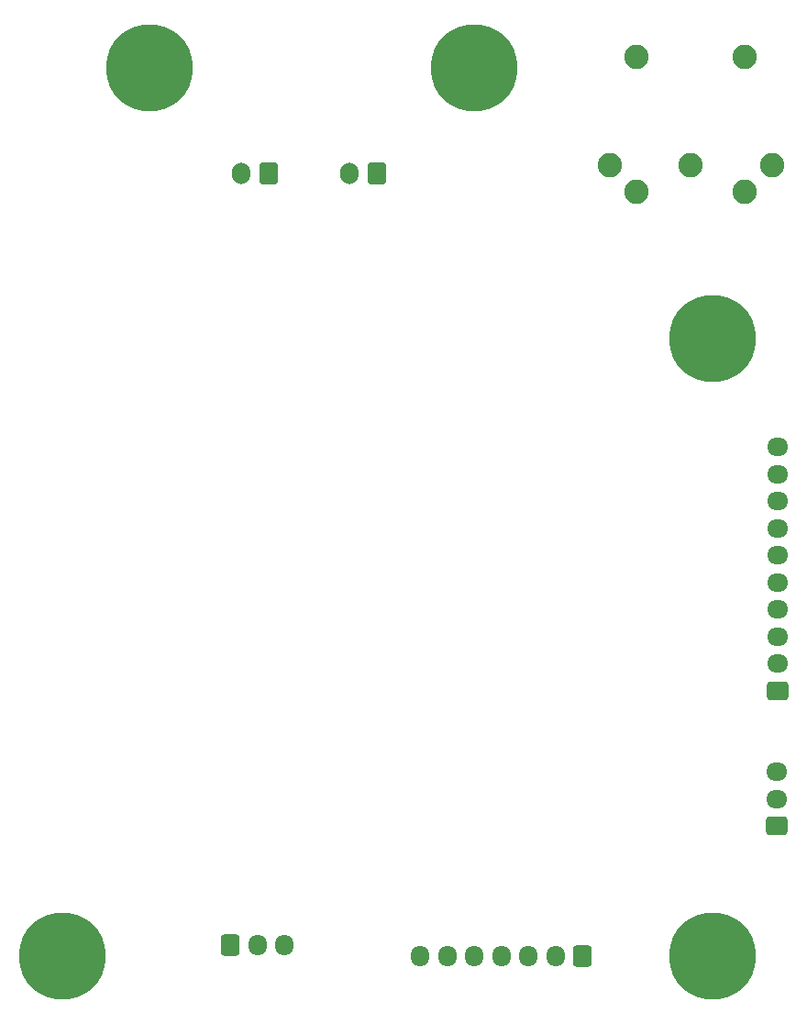
<source format=gbr>
%TF.GenerationSoftware,KiCad,Pcbnew,8.0.8*%
%TF.CreationDate,2025-04-28T15:07:46+02:00*%
%TF.ProjectId,PCB_V1,5043425f-5631-42e6-9b69-6361645f7063,rev?*%
%TF.SameCoordinates,Original*%
%TF.FileFunction,Soldermask,Bot*%
%TF.FilePolarity,Negative*%
%FSLAX46Y46*%
G04 Gerber Fmt 4.6, Leading zero omitted, Abs format (unit mm)*
G04 Created by KiCad (PCBNEW 8.0.8) date 2025-04-28 15:07:46*
%MOMM*%
%LPD*%
G01*
G04 APERTURE LIST*
G04 Aperture macros list*
%AMRoundRect*
0 Rectangle with rounded corners*
0 $1 Rounding radius*
0 $2 $3 $4 $5 $6 $7 $8 $9 X,Y pos of 4 corners*
0 Add a 4 corners polygon primitive as box body*
4,1,4,$2,$3,$4,$5,$6,$7,$8,$9,$2,$3,0*
0 Add four circle primitives for the rounded corners*
1,1,$1+$1,$2,$3*
1,1,$1+$1,$4,$5*
1,1,$1+$1,$6,$7*
1,1,$1+$1,$8,$9*
0 Add four rect primitives between the rounded corners*
20,1,$1+$1,$2,$3,$4,$5,0*
20,1,$1+$1,$4,$5,$6,$7,0*
20,1,$1+$1,$6,$7,$8,$9,0*
20,1,$1+$1,$8,$9,$2,$3,0*%
G04 Aperture macros list end*
%ADD10C,4.400000*%
%ADD11C,8.000000*%
%ADD12C,2.250000*%
%ADD13RoundRect,0.250000X0.600000X0.750000X-0.600000X0.750000X-0.600000X-0.750000X0.600000X-0.750000X0*%
%ADD14O,1.700000X2.000000*%
%ADD15RoundRect,0.250000X0.600000X0.725000X-0.600000X0.725000X-0.600000X-0.725000X0.600000X-0.725000X0*%
%ADD16O,1.700000X1.950000*%
%ADD17RoundRect,0.250000X0.725000X-0.600000X0.725000X0.600000X-0.725000X0.600000X-0.725000X-0.600000X0*%
%ADD18O,1.950000X1.700000*%
%ADD19RoundRect,0.250000X-0.600000X-0.725000X0.600000X-0.725000X0.600000X0.725000X-0.600000X0.725000X0*%
G04 APERTURE END LIST*
D10*
%TO.C,H3*%
X88000000Y-49000000D03*
D11*
X88000000Y-49000000D03*
%TD*%
D12*
%TO.C,J8*%
X100500000Y-58000000D03*
X108000000Y-58000000D03*
X115500000Y-58000000D03*
X103000000Y-60500000D03*
X113000000Y-60500000D03*
X103000000Y-48000000D03*
X113000000Y-48000000D03*
%TD*%
D13*
%TO.C,J4*%
X79000000Y-58750000D03*
D14*
X76500000Y-58750000D03*
%TD*%
D10*
%TO.C,H4*%
X110000000Y-131000000D03*
D11*
X110000000Y-131000000D03*
%TD*%
D10*
%TO.C,H1*%
X58000000Y-49000000D03*
D11*
X58000000Y-49000000D03*
%TD*%
D13*
%TO.C,J5*%
X69000000Y-58750000D03*
D14*
X66500000Y-58750000D03*
%TD*%
D15*
%TO.C,J7*%
X98000000Y-131000000D03*
D16*
X95500000Y-131000000D03*
X93000000Y-131000000D03*
X90500000Y-131000000D03*
X88000000Y-131000000D03*
X85500000Y-131000000D03*
X83000000Y-131000000D03*
%TD*%
D17*
%TO.C,J1*%
X115975000Y-119000000D03*
D18*
X115975000Y-116500000D03*
X115975000Y-114000000D03*
%TD*%
D10*
%TO.C,H5*%
X110000000Y-74000000D03*
D11*
X110000000Y-74000000D03*
%TD*%
D17*
%TO.C,J8_afficheur1*%
X116000000Y-106500000D03*
D18*
X116000000Y-104000000D03*
X116000000Y-101500000D03*
X116000000Y-99000000D03*
X116000000Y-96500000D03*
X116000000Y-94000000D03*
X116000000Y-91500000D03*
X116000000Y-89000000D03*
X116000000Y-86500000D03*
X116000000Y-84000000D03*
%TD*%
D10*
%TO.C,H2*%
X50000000Y-131000000D03*
D11*
X50000000Y-131000000D03*
%TD*%
D19*
%TO.C,J2*%
X65500000Y-130000000D03*
D16*
X68000000Y-130000000D03*
X70500000Y-130000000D03*
%TD*%
M02*

</source>
